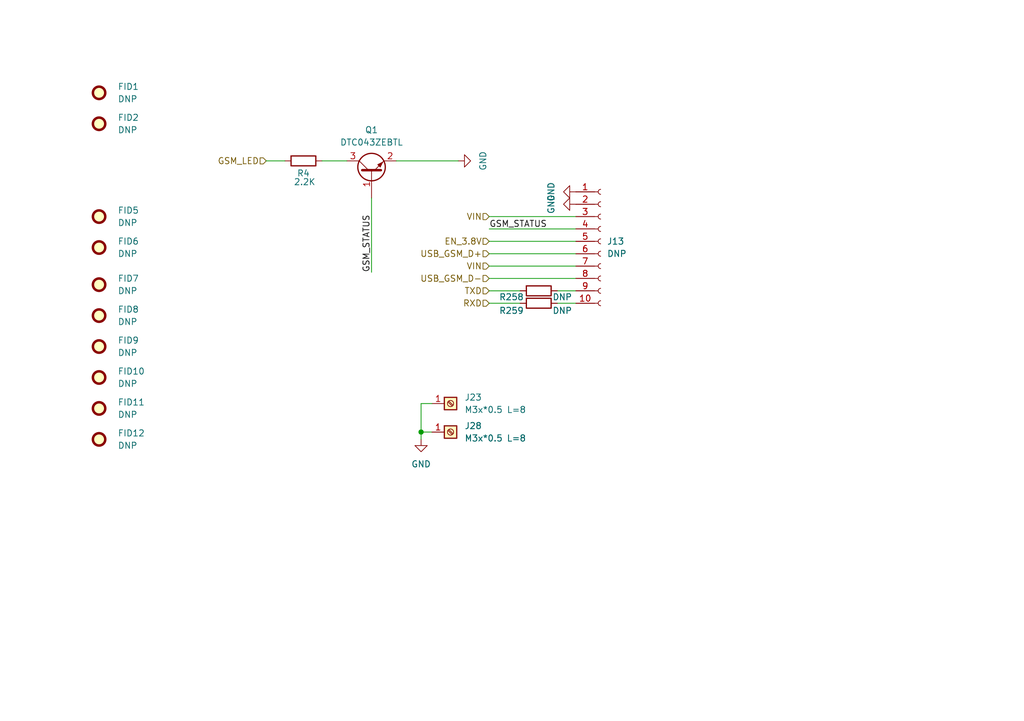
<source format=kicad_sch>
(kicad_sch (version 20231120) (generator "eeschema") (generator_version "8.0")
  (paper "A5")
  (title_block (company "SmartEQ Information Technologies"))
  (lib_symbols
    (symbol "Connector:Conn_01x10_Socket" (pin_names (offset 1.016) hide)
      (property "Reference" "J" (at 0 12.7 0))
      (property "Value" "Conn_01x10_Socket" (at 0 -15.24 0))
      (symbol "Conn_01x10_Socket_1_1"
        (arc (start 0 -12.192) (mid -0.5058 -12.7) (end 0 -13.208) (stroke (width 0.1524)))
        (arc (start 0 -9.652) (mid -0.5058 -10.16) (end 0 -10.668) (stroke (width 0.1524)))
        (arc (start 0 -7.112) (mid -0.5058 -7.62) (end 0 -8.128) (stroke (width 0.1524)))
        (arc (start 0 -4.572) (mid -0.5058 -5.08) (end 0 -5.588) (stroke (width 0.1524)))
        (arc (start 0 -2.032) (mid -0.5058 -2.54) (end 0 -3.048) (stroke (width 0.1524)))
        (polyline (pts (xy -1.27 -12.7) (xy -0.508 -12.7)) (stroke (width 0.1524)))
        (polyline (pts (xy -1.27 -10.16) (xy -0.508 -10.16)) (stroke (width 0.1524)))
        (polyline (pts (xy -1.27 -7.62) (xy -0.508 -7.62)) (stroke (width 0.1524)))
        (polyline (pts (xy -1.27 -5.08) (xy -0.508 -5.08)) (stroke (width 0.1524)))
        (polyline (pts (xy -1.27 -2.54) (xy -0.508 -2.54)) (stroke (width 0.1524)))
        (polyline (pts (xy -1.27 0) (xy -0.508 0)) (stroke (width 0.1524)))
        (polyline (pts (xy -1.27 2.54) (xy -0.508 2.54)) (stroke (width 0.1524)))
        (polyline (pts (xy -1.27 5.08) (xy -0.508 5.08)) (stroke (width 0.1524)))
        (polyline (pts (xy -1.27 7.62) (xy -0.508 7.62)) (stroke (width 0.1524)))
        (polyline (pts (xy -1.27 10.16) (xy -0.508 10.16)) (stroke (width 0.1524)))
        (arc (start 0 0.508) (mid -0.5058 0) (end 0 -0.508) (stroke (width 0.1524)))
        (arc (start 0 3.048) (mid -0.5058 2.54) (end 0 2.032) (stroke (width 0.1524)))
        (arc (start 0 5.588) (mid -0.5058 5.08) (end 0 4.572) (stroke (width 0.1524)))
        (arc (start 0 8.128) (mid -0.5058 7.62) (end 0 7.112) (stroke (width 0.1524)))
        (arc (start 0 10.668) (mid -0.5058 10.16) (end 0 9.652) (stroke (width 0.1524)))
        (pin passive line (at -5.08 10.16 0) (length 3.81) (name "Pin_1") (number "1"))
        (pin passive line (at -5.08 -12.7 0) (length 3.81) (name "Pin_10") (number "10"))
        (pin passive line (at -5.08 7.62 0) (length 3.81) (name "Pin_2") (number "2"))
        (pin passive line (at -5.08 5.08 0) (length 3.81) (name "Pin_3") (number "3"))
        (pin passive line (at -5.08 2.54 0) (length 3.81) (name "Pin_4") (number "4"))
        (pin passive line (at -5.08 0 0) (length 3.81) (name "Pin_5") (number "5"))
        (pin passive line (at -5.08 -2.54 0) (length 3.81) (name "Pin_6") (number "6"))
        (pin passive line (at -5.08 -5.08 0) (length 3.81) (name "Pin_7") (number "7"))
        (pin passive line (at -5.08 -7.62 0) (length 3.81) (name "Pin_8") (number "8"))
        (pin passive line (at -5.08 -10.16 0) (length 3.81) (name "Pin_9") (number "9"))
      )
    )
    (symbol "Connector:Screw_Terminal_01x01" (pin_names (offset 1.016) hide)
      (property "Reference" "J23" (at 2.8515 1.2701 0))
      (property "Value" "M3x*0.5 L=8" (at 2.8515 -1.2699 0))
      (symbol "Screw_Terminal_01x01_1_1"
        (rectangle (start -1.27 1.27) (end 1.27 -1.27) (stroke (width 0.254)) (fill (type background)))
        (polyline (pts (xy -0.5334 0.3302) (xy 0.3302 -0.508)) (stroke (width 0.1524)))
        (polyline (pts (xy -0.3556 0.508) (xy 0.508 -0.3302)) (stroke (width 0.1524)))
        (circle (center 0 0) (radius 0.635) (stroke (width 0.1524)))
        (pin input line (at -3.81 0 0) (length 2.54) (name "1") (number "1"))
      )
    )
    (symbol "Device:R" (pin_numbers hide) (pin_names (offset 0))
      (property "Reference" "R" (at 2.032 0 90))
      (property "Value" "R" (at 0 0 90))
      (symbol "R_0_1"
        (rectangle (start -1.016 -2.54) (end 1.016 2.54) (stroke (width 0.254)))
      )
      (symbol "R_1_1"
        (pin passive line (at 0 3.81 270) (length 1.27) (name "~") (number "1"))
        (pin passive line (at 0 -3.81 90) (length 1.27) (name "~") (number "2"))
      )
    )
    (symbol "Mechanical:Fiducial"
      (property "Reference" "FID" (at 0 5.08 0))
      (property "Value" "Fiducial" (at 0 3.175 0))
      (symbol "Fiducial_0_1"
        (circle (center 0 0) (radius 1.27) (stroke (width 0.508)) (fill (type background)))
      )
    )
    (symbol "Screw_Terminal_01x01_1" (pin_names (offset 1.016) hide)
      (property "Reference" "J28" (at 2.8515 1.2701 0))
      (property "Value" "M3x*0.5 L=8" (at 2.8515 -1.2699 0))
      (symbol "Screw_Terminal_01x01_1_1_1"
        (rectangle (start -1.27 1.27) (end 1.27 -1.27) (stroke (width 0.254)) (fill (type background)))
        (polyline (pts (xy -0.5334 0.3302) (xy 0.3302 -0.508)) (stroke (width 0.1524)))
        (polyline (pts (xy -0.3556 0.508) (xy 0.508 -0.3302)) (stroke (width 0.1524)))
        (circle (center 0 0) (radius 0.635) (stroke (width 0.1524)))
        (pin input line (at -3.81 0 0) (length 2.54) (name "1") (number "1"))
      )
    )
    (symbol "Transistor_BJT:2N3055" (pin_names (offset 0) hide)
      (property "Reference" "Q" (at 5.08 1.905 0))
      (property "Value" "2N3055" (at 5.08 0 0))
      (symbol "2N3055_0_1"
        (polyline (pts (xy 0.635 0.635) (xy 2.54 2.54)))
        (polyline (pts (xy 0.635 -0.635) (xy 2.54 -2.54) (xy 2.54 -2.54)))
        (polyline (pts (xy 0.635 1.905) (xy 0.635 -1.905) (xy 0.635 -1.905)) (stroke (width 0.508)))
        (polyline (pts (xy 1.27 -1.778) (xy 1.778 -1.27) (xy 2.286 -2.286) (xy 1.27 -1.778) (xy 1.27 -1.778)) (fill (type outline)))
        (circle (center 1.27 0) (radius 2.8194) (stroke (width 0.254)))
      )
      (symbol "2N3055_1_1"
        (pin input line (at -5.08 0 0) (length 5.715) (name "B") (number "1"))
        (pin passive line (at 2.54 -5.08 90) (length 2.54) (name "E") (number "2"))
        (pin passive line (at 2.54 5.08 270) (length 2.54) (name "C") (number "3"))
      )
    )
    (symbol "power:GND" (power) (pin_names (offset 0))
      (property "Value" "GND" (at 0 -3.81 0))
      (symbol "GND_0_1"
        (polyline (pts (xy 0 0) (xy 0 -1.27) (xy 1.27 -1.27) (xy 0 -2.54) (xy -1.27 -1.27) (xy 0 -1.27)))
      )
      (symbol "GND_1_1"
        (pin power_in line (at 0 0 270) (length 0) hide (name "GND") (number "1"))
      )
    )
  )
  (junction (at 86.36 88.667))
  (wire (pts (xy 66.04 33.02) (xy 71.12 33.02)))
  (wire (pts (xy 86.36 82.8168) (xy 88.5885 82.8168)))
  (wire (pts (xy 100.33 44.45) (xy 118.11 44.45)))
  (wire (pts (xy 100.33 54.61) (xy 118.11 54.61)))
  (wire (pts (xy 76.2 55.88) (xy 76.2 40.64)))
  (wire (pts (xy 114.3 62.23) (xy 118.11 62.23)))
  (wire (pts (xy 58.42 33.02) (xy 54.61 33.02)))
  (wire (pts (xy 81.28 33.02) (xy 93.98 33.02)))
  (wire (pts (xy 100.33 49.53) (xy 118.11 49.53)))
  (wire (pts (xy 100.33 46.99) (xy 118.11 46.99)))
  (wire (pts (xy 114.3 59.69) (xy 118.11 59.69)))
  (wire (pts (xy 100.33 52.07) (xy 118.11 52.07)))
  (wire (pts (xy 86.36 88.667) (xy 86.36 82.8168)))
  (wire (pts (xy 100.33 57.15) (xy 118.11 57.15)))
  (wire (pts (xy 100.33 59.69) (xy 106.68 59.69)))
  (wire (pts (xy 86.36 90.17) (xy 86.36 88.667)))
  (wire (pts (xy 100.33 62.23) (xy 106.68 62.23)))
  (wire (pts (xy 86.36 88.667) (xy 88.5885 88.667)))
  (label "GSM_STATUS" (at 100.33 46.99 0))
  (label "GSM_STATUS" (at 76.2 55.88 90))
  (hierarchical_label "GSM_LED" (shape input) (at 54.61 33.02 180))
  (hierarchical_label "EN_3.8V" (shape input) (at 100.33 49.53 180))
  (hierarchical_label "VIN" (shape input) (at 100.33 44.45 180))
  (hierarchical_label "RXD" (shape input) (at 100.33 62.23 180))
  (hierarchical_label "TXD" (shape input) (at 100.33 59.69 180))
  (hierarchical_label "VIN" (shape input) (at 100.33 54.61 180))
  (hierarchical_label "USB_GSM_D+" (shape input) (at 100.33 52.07 180))
  (hierarchical_label "USB_GSM_D-" (shape input) (at 100.33 57.15 180))
  (symbol (lib_id "Mechanical:Fiducial") (at 20.32 25.4 0) (unit 1)
    (property "Reference" "FID2" (at 24.13 24.1299 0) (effects (justify left)))
    (property "Value" "DNP" (at 24.13 26.6699 0) (effects (justify left)))
    (property "Footprint" "Fiducial:Fiducial_0.5mm_Mask1mm" (effects (hide yes)))
    (property "Description" "Fiducial Marker" (effects (hide yes)))
  )
  (symbol (lib_id "Connector:Conn_01x10_Socket") (at 123.19 49.53 0) (unit 1)
    (property "Reference" "J13" (at 124.46 49.5299 0) (effects (justify left)))
    (property "Value" "DNP" (at 124.46 52.0699 0) (effects (justify left)))
    (property "Footprint" "Connector_PinSocket_2.00mm:PinSocket_2x05_P2.00mm_Vertical_SMD" (effects (hide yes)))
    (property "Description" "Generic connector, single row, 01x10, script generated" (effects (hide yes)))
    (property "MPN" "2.0mm 2*5p 贴片排针" (effects (hide yes)))
  )
  (symbol (lib_id "Mechanical:Fiducial") (at 20.32 77.47 0) (unit 1)
    (property "Reference" "FID10" (at 24.13 76.1999 0) (effects (justify left)))
    (property "Value" "DNP" (at 24.13 78.7399 0) (effects (justify left)))
    (property "Footprint" "Fiducial:Fiducial_0.5mm_Mask1mm" (effects (hide yes)))
    (property "Description" "Fiducial Marker" (effects (hide yes)))
  )
  (symbol (lib_id "Device:R") (at 110.49 62.23 270) (unit 1)
    (property "Reference" "R259" (at 104.902 63.754 90))
    (property "Value" "DNP" (at 115.316 63.754 90))
    (property "Footprint" "Resistor_SMD:R_0603_1608Metric" (effects (hide yes)))
  )
  (symbol (lib_id "power:GND") (at 93.98 33.02 90) (unit 1)
    (property "Reference" "#PWR047" (effects (hide yes)))
    (property "Value" "GND" (at 99.06 33.02 0))
  )
  (symbol (lib_id "Mechanical:Fiducial") (at 20.32 58.42 0) (unit 1)
    (property "Reference" "FID7" (at 24.13 57.1499 0) (effects (justify left)))
    (property "Value" "DNP" (at 24.13 59.6899 0) (effects (justify left)))
    (property "Footprint" "Fiducial:Fiducial_0.5mm_Mask1mm" (effects (hide yes)))
    (property "Description" "Fiducial Marker" (effects (hide yes)))
  )
  (symbol (lib_name "Screw_Terminal_01x01_1") (lib_id "Connector:Screw_Terminal_01x01") (at 92.3985 88.667 0) (unit 1)
    (property "Reference" "J28" (at 95.25 87.3969 0) (effects (justify left)))
    (property "Value" "M3x*0.5 L=8" (at 95.25 89.9369 0) (effects (justify left)))
    (property "Footprint" "Footprint:Screw Terminal Shinbo" (effects (hide yes)))
    (property "Description" "Board mounting elevator    M3 hole size, 4 pins PCB-64-M3" (effects (hide yes)))
    (property "MPN" "SMTSO-M3-8ET" (effects (hide yes)))
  )
  (symbol (lib_id "Transistor_BJT:2N3055") (at 76.2 35.56 90) (unit 1)
    (property "Reference" "Q1" (at 76.2 26.67 90))
    (property "Value" "DTC043ZEBTL" (at 76.2 29.21 90))
    (property "Footprint" "Package_TO_SOT_SMD:SOT-416" (effects (hide yes)))
    (property "MPN" "DTC043ZEBTL" (effects (hide yes)))
  )
  (symbol (lib_id "Mechanical:Fiducial") (at 20.32 44.45 0) (unit 1)
    (property "Reference" "FID5" (at 24.13 43.1799 0) (effects (justify left)))
    (property "Value" "DNP" (at 24.13 45.7199 0) (effects (justify left)))
    (property "Footprint" "Fiducial:Fiducial_0.5mm_Mask1mm" (effects (hide yes)))
    (property "Description" "Fiducial Marker" (effects (hide yes)))
  )
  (symbol (lib_id "Mechanical:Fiducial") (at 20.32 90.17 0) (unit 1)
    (property "Reference" "FID12" (at 24.13 88.8999 0) (effects (justify left)))
    (property "Value" "DNP" (at 24.13 91.4399 0) (effects (justify left)))
    (property "Footprint" "Fiducial:Fiducial_0.5mm_Mask1mm" (effects (hide yes)))
    (property "Description" "Fiducial Marker" (effects (hide yes)))
  )
  (symbol (lib_id "power:GND") (at 118.11 39.37 270) (unit 1)
    (property "Reference" "#PWR0142" (effects (hide yes)))
    (property "Value" "GND" (at 113.03 39.37 0))
  )
  (symbol (lib_id "Device:R") (at 110.49 59.69 270) (unit 1)
    (property "Reference" "R258" (at 104.902 60.96 90))
    (property "Value" "DNP" (at 115.316 60.96 90))
    (property "Footprint" "Resistor_SMD:R_0603_1608Metric" (effects (hide yes)))
  )
  (symbol (lib_id "power:GND") (at 118.11 41.91 270) (unit 1)
    (property "Reference" "#PWR05" (effects (hide yes)))
    (property "Value" "GND" (at 113.03 41.91 0))
  )
  (symbol (lib_id "Connector:Screw_Terminal_01x01") (at 92.3985 82.8168 0) (unit 1)
    (property "Reference" "J23" (at 95.25 81.5467 0) (effects (justify left)))
    (property "Value" "M3x*0.5 L=8" (at 95.25 84.0867 0) (effects (justify left)))
    (property "Footprint" "Footprint:Screw Terminal Shinbo" (effects (hide yes)))
    (property "Description" "Board mounting elevator    M3 hole size, 4 pins PCB-64-M3" (effects (hide yes)))
    (property "MPN" "SMTSO-M3-8ET" (effects (hide yes)))
  )
  (symbol (lib_id "Mechanical:Fiducial") (at 20.32 50.8 0) (unit 1)
    (property "Reference" "FID6" (at 24.13 49.5299 0) (effects (justify left)))
    (property "Value" "DNP" (at 24.13 52.0699 0) (effects (justify left)))
    (property "Footprint" "Fiducial:Fiducial_0.5mm_Mask1mm" (effects (hide yes)))
    (property "Description" "Fiducial Marker" (effects (hide yes)))
  )
  (symbol (lib_id "Mechanical:Fiducial") (at 20.32 64.77 0) (unit 1)
    (property "Reference" "FID8" (at 24.13 63.4999 0) (effects (justify left)))
    (property "Value" "DNP" (at 24.13 66.0399 0) (effects (justify left)))
    (property "Footprint" "Fiducial:Fiducial_0.5mm_Mask1mm" (effects (hide yes)))
    (property "Description" "Fiducial Marker" (effects (hide yes)))
  )
  (symbol (lib_id "Mechanical:Fiducial") (at 20.32 71.12 0) (unit 1)
    (property "Reference" "FID9" (at 24.13 69.8499 0) (effects (justify left)))
    (property "Value" "DNP" (at 24.13 72.3899 0) (effects (justify left)))
    (property "Footprint" "Fiducial:Fiducial_0.5mm_Mask1mm" (effects (hide yes)))
    (property "Description" "Fiducial Marker" (effects (hide yes)))
  )
  (symbol (lib_id "power:GND") (at 86.36 90.17 0) (unit 1)
    (property "Reference" "#PWR0109" (effects (hide yes)))
    (property "Value" "GND" (at 86.36 95.25 0))
  )
  (symbol (lib_id "Mechanical:Fiducial") (at 20.32 83.82 0) (unit 1)
    (property "Reference" "FID11" (at 24.13 82.5499 0) (effects (justify left)))
    (property "Value" "DNP" (at 24.13 85.0899 0) (effects (justify left)))
    (property "Footprint" "Fiducial:Fiducial_0.5mm_Mask1mm" (effects (hide yes)))
    (property "Description" "Fiducial Marker" (effects (hide yes)))
  )
  (symbol (lib_id "Mechanical:Fiducial") (at 20.32 19.05 0) (unit 1)
    (property "Reference" "FID1" (at 24.13 17.7799 0) (effects (justify left)))
    (property "Value" "DNP" (at 24.13 20.3199 0) (effects (justify left)))
    (property "Footprint" "Fiducial:Fiducial_0.5mm_Mask1mm" (effects (hide yes)))
    (property "Description" "Fiducial Marker" (effects (hide yes)))
  )
  (symbol (lib_id "Device:R") (at 62.23 33.02 270) (unit 1)
    (property "Reference" "R4" (at 62.23 35.56 90))
    (property "Value" "2.2K" (at 62.484 37.338 90))
    (property "Footprint" "Resistor_SMD:R_0603_1608Metric" (effects (hide yes)))
    (property "MPN" "0603WAF2201T5E" (effects (hide yes)))
  )
)
</source>
